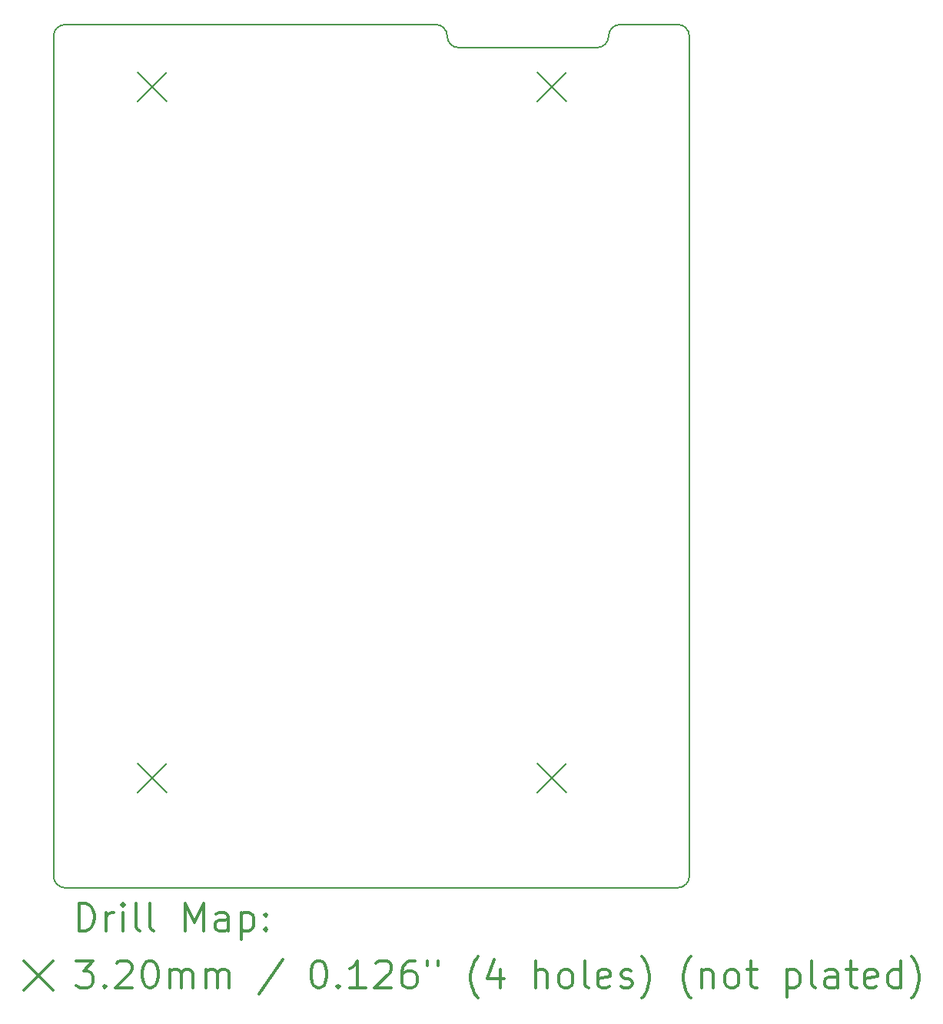
<source format=gbr>
%FSLAX45Y45*%
G04 Gerber Fmt 4.5, Leading zero omitted, Abs format (unit mm)*
G04 Created by KiCad (PCBNEW (5.0.2)-1) date 26.09.2019 18:13:53*
%MOMM*%
%LPD*%
G01*
G04 APERTURE LIST*
%ADD10C,0.150000*%
%ADD11C,0.200000*%
%ADD12C,0.300000*%
G04 APERTURE END LIST*
D10*
X17272000Y-5080000D02*
X17907000Y-5080000D01*
X17145000Y-5207000D02*
G75*
G02X17272000Y-5080000I127000J0D01*
G01*
X15240000Y-5080000D02*
G75*
G02X15367000Y-5207000I0J-127000D01*
G01*
X15494000Y-5334000D02*
G75*
G02X15367000Y-5207000I0J127000D01*
G01*
X17145000Y-5207000D02*
G75*
G02X17018000Y-5334000I-127000J0D01*
G01*
X15494000Y-5334000D02*
X17018000Y-5334000D01*
X18034000Y-14458950D02*
G75*
G02X17907000Y-14585950I-127000J0D01*
G01*
X11150605Y-14585849D02*
G75*
G02X11029950Y-14462760I6345J126899D01*
G01*
X11029950Y-5207000D02*
G75*
G02X11156950Y-5080000I127000J0D01*
G01*
X17907000Y-5080000D02*
G75*
G02X18034000Y-5207000I0J-127000D01*
G01*
X15240000Y-5080000D02*
X11156950Y-5080000D01*
X18034000Y-14458950D02*
X18034000Y-5207000D01*
X11150600Y-14585950D02*
X17905730Y-14585950D01*
X11029950Y-5207000D02*
X11029950Y-14464030D01*
D11*
X11955800Y-13215600D02*
X12275800Y-13535600D01*
X12275800Y-13215600D02*
X11955800Y-13535600D01*
X16356400Y-5608340D02*
X16676400Y-5928340D01*
X16676400Y-5608340D02*
X16356400Y-5928340D01*
X11955800Y-5608340D02*
X12275800Y-5928340D01*
X12275800Y-5608340D02*
X11955800Y-5928340D01*
X16356400Y-13216900D02*
X16676400Y-13536900D01*
X16676400Y-13216900D02*
X16356400Y-13536900D01*
D12*
X11308878Y-15059164D02*
X11308878Y-14759164D01*
X11380307Y-14759164D01*
X11423164Y-14773450D01*
X11451736Y-14802021D01*
X11466021Y-14830593D01*
X11480307Y-14887736D01*
X11480307Y-14930593D01*
X11466021Y-14987736D01*
X11451736Y-15016307D01*
X11423164Y-15044879D01*
X11380307Y-15059164D01*
X11308878Y-15059164D01*
X11608878Y-15059164D02*
X11608878Y-14859164D01*
X11608878Y-14916307D02*
X11623164Y-14887736D01*
X11637450Y-14873450D01*
X11666021Y-14859164D01*
X11694593Y-14859164D01*
X11794593Y-15059164D02*
X11794593Y-14859164D01*
X11794593Y-14759164D02*
X11780307Y-14773450D01*
X11794593Y-14787736D01*
X11808878Y-14773450D01*
X11794593Y-14759164D01*
X11794593Y-14787736D01*
X11980307Y-15059164D02*
X11951736Y-15044879D01*
X11937450Y-15016307D01*
X11937450Y-14759164D01*
X12137450Y-15059164D02*
X12108878Y-15044879D01*
X12094593Y-15016307D01*
X12094593Y-14759164D01*
X12480307Y-15059164D02*
X12480307Y-14759164D01*
X12580307Y-14973450D01*
X12680307Y-14759164D01*
X12680307Y-15059164D01*
X12951736Y-15059164D02*
X12951736Y-14902021D01*
X12937450Y-14873450D01*
X12908878Y-14859164D01*
X12851736Y-14859164D01*
X12823164Y-14873450D01*
X12951736Y-15044879D02*
X12923164Y-15059164D01*
X12851736Y-15059164D01*
X12823164Y-15044879D01*
X12808878Y-15016307D01*
X12808878Y-14987736D01*
X12823164Y-14959164D01*
X12851736Y-14944879D01*
X12923164Y-14944879D01*
X12951736Y-14930593D01*
X13094593Y-14859164D02*
X13094593Y-15159164D01*
X13094593Y-14873450D02*
X13123164Y-14859164D01*
X13180307Y-14859164D01*
X13208878Y-14873450D01*
X13223164Y-14887736D01*
X13237450Y-14916307D01*
X13237450Y-15002021D01*
X13223164Y-15030593D01*
X13208878Y-15044879D01*
X13180307Y-15059164D01*
X13123164Y-15059164D01*
X13094593Y-15044879D01*
X13366021Y-15030593D02*
X13380307Y-15044879D01*
X13366021Y-15059164D01*
X13351736Y-15044879D01*
X13366021Y-15030593D01*
X13366021Y-15059164D01*
X13366021Y-14873450D02*
X13380307Y-14887736D01*
X13366021Y-14902021D01*
X13351736Y-14887736D01*
X13366021Y-14873450D01*
X13366021Y-14902021D01*
X10702450Y-15393450D02*
X11022450Y-15713450D01*
X11022450Y-15393450D02*
X10702450Y-15713450D01*
X11280307Y-15389164D02*
X11466021Y-15389164D01*
X11366021Y-15503450D01*
X11408878Y-15503450D01*
X11437450Y-15517736D01*
X11451736Y-15532021D01*
X11466021Y-15560593D01*
X11466021Y-15632021D01*
X11451736Y-15660593D01*
X11437450Y-15674879D01*
X11408878Y-15689164D01*
X11323164Y-15689164D01*
X11294593Y-15674879D01*
X11280307Y-15660593D01*
X11594593Y-15660593D02*
X11608878Y-15674879D01*
X11594593Y-15689164D01*
X11580307Y-15674879D01*
X11594593Y-15660593D01*
X11594593Y-15689164D01*
X11723164Y-15417736D02*
X11737450Y-15403450D01*
X11766021Y-15389164D01*
X11837450Y-15389164D01*
X11866021Y-15403450D01*
X11880307Y-15417736D01*
X11894593Y-15446307D01*
X11894593Y-15474879D01*
X11880307Y-15517736D01*
X11708878Y-15689164D01*
X11894593Y-15689164D01*
X12080307Y-15389164D02*
X12108878Y-15389164D01*
X12137450Y-15403450D01*
X12151736Y-15417736D01*
X12166021Y-15446307D01*
X12180307Y-15503450D01*
X12180307Y-15574879D01*
X12166021Y-15632021D01*
X12151736Y-15660593D01*
X12137450Y-15674879D01*
X12108878Y-15689164D01*
X12080307Y-15689164D01*
X12051736Y-15674879D01*
X12037450Y-15660593D01*
X12023164Y-15632021D01*
X12008878Y-15574879D01*
X12008878Y-15503450D01*
X12023164Y-15446307D01*
X12037450Y-15417736D01*
X12051736Y-15403450D01*
X12080307Y-15389164D01*
X12308878Y-15689164D02*
X12308878Y-15489164D01*
X12308878Y-15517736D02*
X12323164Y-15503450D01*
X12351736Y-15489164D01*
X12394593Y-15489164D01*
X12423164Y-15503450D01*
X12437450Y-15532021D01*
X12437450Y-15689164D01*
X12437450Y-15532021D02*
X12451736Y-15503450D01*
X12480307Y-15489164D01*
X12523164Y-15489164D01*
X12551736Y-15503450D01*
X12566021Y-15532021D01*
X12566021Y-15689164D01*
X12708878Y-15689164D02*
X12708878Y-15489164D01*
X12708878Y-15517736D02*
X12723164Y-15503450D01*
X12751736Y-15489164D01*
X12794593Y-15489164D01*
X12823164Y-15503450D01*
X12837450Y-15532021D01*
X12837450Y-15689164D01*
X12837450Y-15532021D02*
X12851736Y-15503450D01*
X12880307Y-15489164D01*
X12923164Y-15489164D01*
X12951736Y-15503450D01*
X12966021Y-15532021D01*
X12966021Y-15689164D01*
X13551736Y-15374879D02*
X13294593Y-15760593D01*
X13937450Y-15389164D02*
X13966021Y-15389164D01*
X13994593Y-15403450D01*
X14008878Y-15417736D01*
X14023164Y-15446307D01*
X14037450Y-15503450D01*
X14037450Y-15574879D01*
X14023164Y-15632021D01*
X14008878Y-15660593D01*
X13994593Y-15674879D01*
X13966021Y-15689164D01*
X13937450Y-15689164D01*
X13908878Y-15674879D01*
X13894593Y-15660593D01*
X13880307Y-15632021D01*
X13866021Y-15574879D01*
X13866021Y-15503450D01*
X13880307Y-15446307D01*
X13894593Y-15417736D01*
X13908878Y-15403450D01*
X13937450Y-15389164D01*
X14166021Y-15660593D02*
X14180307Y-15674879D01*
X14166021Y-15689164D01*
X14151736Y-15674879D01*
X14166021Y-15660593D01*
X14166021Y-15689164D01*
X14466021Y-15689164D02*
X14294593Y-15689164D01*
X14380307Y-15689164D02*
X14380307Y-15389164D01*
X14351736Y-15432021D01*
X14323164Y-15460593D01*
X14294593Y-15474879D01*
X14580307Y-15417736D02*
X14594593Y-15403450D01*
X14623164Y-15389164D01*
X14694593Y-15389164D01*
X14723164Y-15403450D01*
X14737450Y-15417736D01*
X14751736Y-15446307D01*
X14751736Y-15474879D01*
X14737450Y-15517736D01*
X14566021Y-15689164D01*
X14751736Y-15689164D01*
X15008878Y-15389164D02*
X14951736Y-15389164D01*
X14923164Y-15403450D01*
X14908878Y-15417736D01*
X14880307Y-15460593D01*
X14866021Y-15517736D01*
X14866021Y-15632021D01*
X14880307Y-15660593D01*
X14894593Y-15674879D01*
X14923164Y-15689164D01*
X14980307Y-15689164D01*
X15008878Y-15674879D01*
X15023164Y-15660593D01*
X15037450Y-15632021D01*
X15037450Y-15560593D01*
X15023164Y-15532021D01*
X15008878Y-15517736D01*
X14980307Y-15503450D01*
X14923164Y-15503450D01*
X14894593Y-15517736D01*
X14880307Y-15532021D01*
X14866021Y-15560593D01*
X15151736Y-15389164D02*
X15151736Y-15446307D01*
X15266021Y-15389164D02*
X15266021Y-15446307D01*
X15708878Y-15803450D02*
X15694593Y-15789164D01*
X15666021Y-15746307D01*
X15651736Y-15717736D01*
X15637450Y-15674879D01*
X15623164Y-15603450D01*
X15623164Y-15546307D01*
X15637450Y-15474879D01*
X15651736Y-15432021D01*
X15666021Y-15403450D01*
X15694593Y-15360593D01*
X15708878Y-15346307D01*
X15951736Y-15489164D02*
X15951736Y-15689164D01*
X15880307Y-15374879D02*
X15808878Y-15589164D01*
X15994593Y-15589164D01*
X16337450Y-15689164D02*
X16337450Y-15389164D01*
X16466021Y-15689164D02*
X16466021Y-15532021D01*
X16451736Y-15503450D01*
X16423164Y-15489164D01*
X16380307Y-15489164D01*
X16351736Y-15503450D01*
X16337450Y-15517736D01*
X16651736Y-15689164D02*
X16623164Y-15674879D01*
X16608878Y-15660593D01*
X16594593Y-15632021D01*
X16594593Y-15546307D01*
X16608878Y-15517736D01*
X16623164Y-15503450D01*
X16651736Y-15489164D01*
X16694593Y-15489164D01*
X16723164Y-15503450D01*
X16737450Y-15517736D01*
X16751736Y-15546307D01*
X16751736Y-15632021D01*
X16737450Y-15660593D01*
X16723164Y-15674879D01*
X16694593Y-15689164D01*
X16651736Y-15689164D01*
X16923164Y-15689164D02*
X16894593Y-15674879D01*
X16880307Y-15646307D01*
X16880307Y-15389164D01*
X17151736Y-15674879D02*
X17123164Y-15689164D01*
X17066021Y-15689164D01*
X17037450Y-15674879D01*
X17023164Y-15646307D01*
X17023164Y-15532021D01*
X17037450Y-15503450D01*
X17066021Y-15489164D01*
X17123164Y-15489164D01*
X17151736Y-15503450D01*
X17166021Y-15532021D01*
X17166021Y-15560593D01*
X17023164Y-15589164D01*
X17280307Y-15674879D02*
X17308878Y-15689164D01*
X17366021Y-15689164D01*
X17394593Y-15674879D01*
X17408878Y-15646307D01*
X17408878Y-15632021D01*
X17394593Y-15603450D01*
X17366021Y-15589164D01*
X17323164Y-15589164D01*
X17294593Y-15574879D01*
X17280307Y-15546307D01*
X17280307Y-15532021D01*
X17294593Y-15503450D01*
X17323164Y-15489164D01*
X17366021Y-15489164D01*
X17394593Y-15503450D01*
X17508878Y-15803450D02*
X17523164Y-15789164D01*
X17551736Y-15746307D01*
X17566021Y-15717736D01*
X17580307Y-15674879D01*
X17594593Y-15603450D01*
X17594593Y-15546307D01*
X17580307Y-15474879D01*
X17566021Y-15432021D01*
X17551736Y-15403450D01*
X17523164Y-15360593D01*
X17508878Y-15346307D01*
X18051736Y-15803450D02*
X18037450Y-15789164D01*
X18008878Y-15746307D01*
X17994593Y-15717736D01*
X17980307Y-15674879D01*
X17966021Y-15603450D01*
X17966021Y-15546307D01*
X17980307Y-15474879D01*
X17994593Y-15432021D01*
X18008878Y-15403450D01*
X18037450Y-15360593D01*
X18051736Y-15346307D01*
X18166021Y-15489164D02*
X18166021Y-15689164D01*
X18166021Y-15517736D02*
X18180307Y-15503450D01*
X18208878Y-15489164D01*
X18251736Y-15489164D01*
X18280307Y-15503450D01*
X18294593Y-15532021D01*
X18294593Y-15689164D01*
X18480307Y-15689164D02*
X18451736Y-15674879D01*
X18437450Y-15660593D01*
X18423164Y-15632021D01*
X18423164Y-15546307D01*
X18437450Y-15517736D01*
X18451736Y-15503450D01*
X18480307Y-15489164D01*
X18523164Y-15489164D01*
X18551736Y-15503450D01*
X18566021Y-15517736D01*
X18580307Y-15546307D01*
X18580307Y-15632021D01*
X18566021Y-15660593D01*
X18551736Y-15674879D01*
X18523164Y-15689164D01*
X18480307Y-15689164D01*
X18666021Y-15489164D02*
X18780307Y-15489164D01*
X18708878Y-15389164D02*
X18708878Y-15646307D01*
X18723164Y-15674879D01*
X18751736Y-15689164D01*
X18780307Y-15689164D01*
X19108878Y-15489164D02*
X19108878Y-15789164D01*
X19108878Y-15503450D02*
X19137450Y-15489164D01*
X19194593Y-15489164D01*
X19223164Y-15503450D01*
X19237450Y-15517736D01*
X19251736Y-15546307D01*
X19251736Y-15632021D01*
X19237450Y-15660593D01*
X19223164Y-15674879D01*
X19194593Y-15689164D01*
X19137450Y-15689164D01*
X19108878Y-15674879D01*
X19423164Y-15689164D02*
X19394593Y-15674879D01*
X19380307Y-15646307D01*
X19380307Y-15389164D01*
X19666021Y-15689164D02*
X19666021Y-15532021D01*
X19651736Y-15503450D01*
X19623164Y-15489164D01*
X19566021Y-15489164D01*
X19537450Y-15503450D01*
X19666021Y-15674879D02*
X19637450Y-15689164D01*
X19566021Y-15689164D01*
X19537450Y-15674879D01*
X19523164Y-15646307D01*
X19523164Y-15617736D01*
X19537450Y-15589164D01*
X19566021Y-15574879D01*
X19637450Y-15574879D01*
X19666021Y-15560593D01*
X19766021Y-15489164D02*
X19880307Y-15489164D01*
X19808878Y-15389164D02*
X19808878Y-15646307D01*
X19823164Y-15674879D01*
X19851736Y-15689164D01*
X19880307Y-15689164D01*
X20094593Y-15674879D02*
X20066021Y-15689164D01*
X20008878Y-15689164D01*
X19980307Y-15674879D01*
X19966021Y-15646307D01*
X19966021Y-15532021D01*
X19980307Y-15503450D01*
X20008878Y-15489164D01*
X20066021Y-15489164D01*
X20094593Y-15503450D01*
X20108878Y-15532021D01*
X20108878Y-15560593D01*
X19966021Y-15589164D01*
X20366021Y-15689164D02*
X20366021Y-15389164D01*
X20366021Y-15674879D02*
X20337450Y-15689164D01*
X20280307Y-15689164D01*
X20251736Y-15674879D01*
X20237450Y-15660593D01*
X20223164Y-15632021D01*
X20223164Y-15546307D01*
X20237450Y-15517736D01*
X20251736Y-15503450D01*
X20280307Y-15489164D01*
X20337450Y-15489164D01*
X20366021Y-15503450D01*
X20480307Y-15803450D02*
X20494593Y-15789164D01*
X20523164Y-15746307D01*
X20537450Y-15717736D01*
X20551736Y-15674879D01*
X20566021Y-15603450D01*
X20566021Y-15546307D01*
X20551736Y-15474879D01*
X20537450Y-15432021D01*
X20523164Y-15403450D01*
X20494593Y-15360593D01*
X20480307Y-15346307D01*
M02*

</source>
